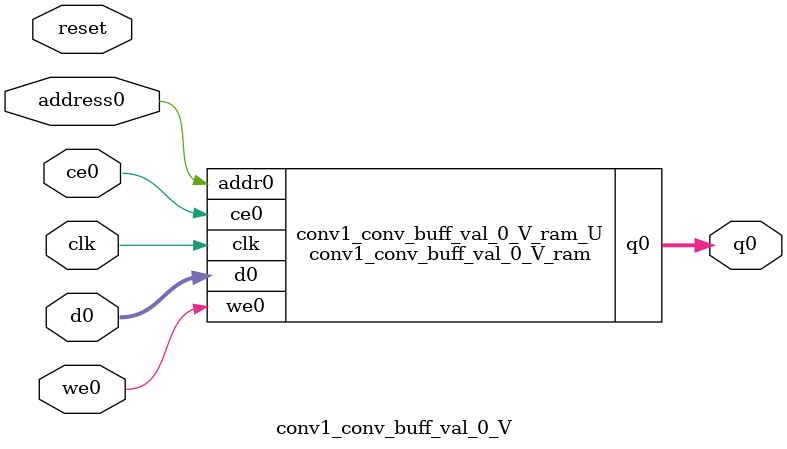
<source format=v>
`timescale 1 ns / 1 ps
module conv1_conv_buff_val_0_V_ram (addr0, ce0, d0, we0, q0,  clk);

parameter DWIDTH = 16;
parameter AWIDTH = 1;
parameter MEM_SIZE = 2;

input[AWIDTH-1:0] addr0;
input ce0;
input[DWIDTH-1:0] d0;
input we0;
output reg[DWIDTH-1:0] q0;
input clk;

(* ram_style = "distributed" *)reg [DWIDTH-1:0] ram[0:MEM_SIZE-1];




always @(posedge clk)  
begin 
    if (ce0) 
    begin
        if (we0) 
        begin 
            ram[addr0] <= d0; 
        end 
        q0 <= ram[addr0];
    end
end


endmodule

`timescale 1 ns / 1 ps
module conv1_conv_buff_val_0_V(
    reset,
    clk,
    address0,
    ce0,
    we0,
    d0,
    q0);

parameter DataWidth = 32'd16;
parameter AddressRange = 32'd2;
parameter AddressWidth = 32'd1;
input reset;
input clk;
input[AddressWidth - 1:0] address0;
input ce0;
input we0;
input[DataWidth - 1:0] d0;
output[DataWidth - 1:0] q0;



conv1_conv_buff_val_0_V_ram conv1_conv_buff_val_0_V_ram_U(
    .clk( clk ),
    .addr0( address0 ),
    .ce0( ce0 ),
    .we0( we0 ),
    .d0( d0 ),
    .q0( q0 ));

endmodule


</source>
